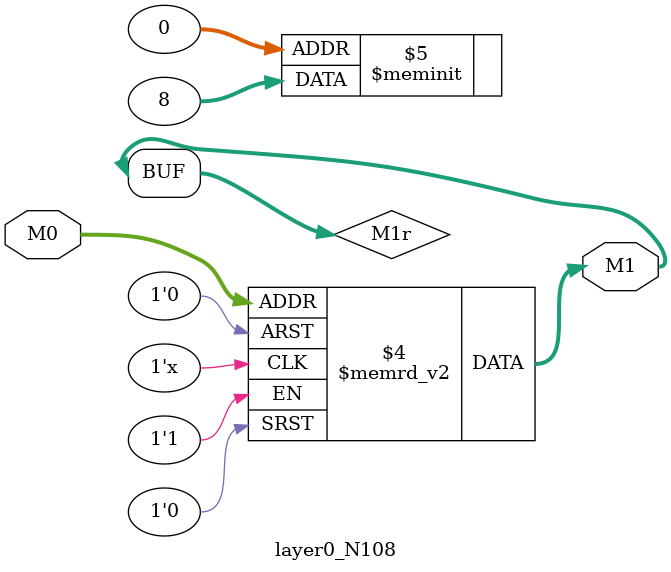
<source format=v>
module layer0_N108 ( input [3:0] M0, output [1:0] M1 );

	(*rom_style = "distributed" *) reg [1:0] M1r;
	assign M1 = M1r;
	always @ (M0) begin
		case (M0)
			4'b0000: M1r = 2'b00;
			4'b1000: M1r = 2'b00;
			4'b0100: M1r = 2'b00;
			4'b1100: M1r = 2'b00;
			4'b0010: M1r = 2'b00;
			4'b1010: M1r = 2'b00;
			4'b0110: M1r = 2'b00;
			4'b1110: M1r = 2'b00;
			4'b0001: M1r = 2'b10;
			4'b1001: M1r = 2'b00;
			4'b0101: M1r = 2'b00;
			4'b1101: M1r = 2'b00;
			4'b0011: M1r = 2'b00;
			4'b1011: M1r = 2'b00;
			4'b0111: M1r = 2'b00;
			4'b1111: M1r = 2'b00;

		endcase
	end
endmodule

</source>
